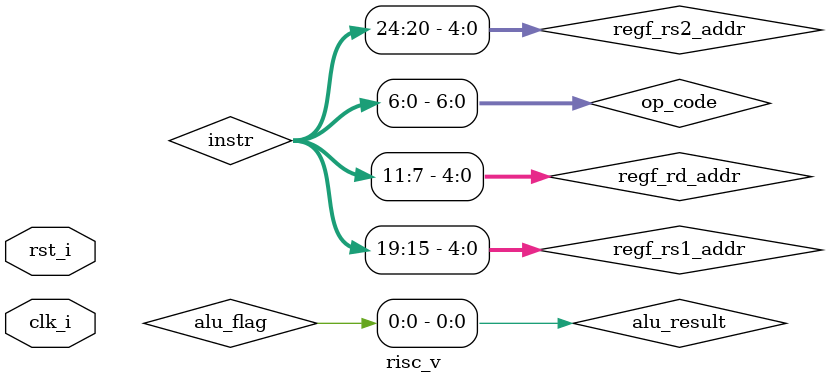
<source format=sv>
`timescale 1ns / 1ps

module risc_v #(
  parameter AddressWidth = 10,
  parameter DataWidth = 32
)(
  input  logic clk_i,
  input  logic rst_i
);

  // Internal signals
  logic [3:0] alu_op;
  logic [1:0] regf_rd_src;
  logic       alu_src2_sel;
  logic       jal, jalr, branch, auipc;
  logic       regf_wr_en, mem_wr_en;

  control_unit control_unit (
    .op_code_i(op_code),
    .jal_o(jal),
    .jalr_o(jalr),
    .branch_o(branch),
    .auipc_o(auipc),
    .regf_wr_en_o(regf_wr_en),
    .mem_wr_en_o(mem_wr_en),
    .regf_rd_src_o(regf_rd_src),

    .fnc7_h20_i(instr[30]),
    .funct3_i(funct3),
    .alu_src_o(alu_src2_sel),
    .alu_op_o(alu_op)
  );

  //Program Counter Wires
  logic                 pc_src_sel;
  logic [DataWidth-1:0] target_pc;
  logic [DataWidth-1:0] pc;
  logic [DataWidth-1:0] pc_plus4;
  logic [DataWidth-1:0] next_pc;
  //ALU Wires
  logic        alu_flag;
  logic [31:0] alu_src2;
  logic [31:0] alu_result;
  //Regfile Wires
  logic [31:0] regf_rd_data;
  logic [31:0] regf_rs1_data;
  logic [31:0] regf_rs2_data;

  logic [31:0] uimm_type_data;
  logic [31:0] data_mem_r_data;

  logic [31:0] imm;
  logic [31:0] instr;

  logic [31:0] ld_data;
  
  assign alu_flag = alu_result[0];

  // Instruction slicings
  logic [6:0] op_code       = instr[6:0];
  logic [2:0] funct3        = instr[14:12];
  logic       funct7_h20    = instr[30];
  logic [4:0] regf_rd_addr  = instr[11:7];
  logic [4:0] regf_rs1_addr = instr[19:15];
  logic [4:0] regf_rs2_addr = instr[24:20];

  flop_reg #(
    .DataWidth(DataWidth)
  ) pc_reg (
    .rst_i(rst_i),
    .clk_i(clk_i),
    .d_i(next_pc),
    .q_o(pc)
  );

  adder #(
    .DataWidth(DataWidth)
  ) pc_adder (
    .a_i(pc),
    .b_i({{(DataWidth-3){1'b0}},
          3'd4}), 
    .y_o(pc_plus4)
  );

  mem #(
    .AddressWidth(AddressWidth),
    .DataWidth(DataWidth)
  ) imem (
    .clk_i(clk_i),
    .wr_en_i(mem_wr_en),
    .addr_i(pc[AddressWidth+1:2]),
    .wr_data_i(regf_rs2_data),
    .r_data_o(instr)
  );
  
  regfile regfile (
    .clk_i(clk_i), 
    .rst_i(rst_i), 
    .wr_en_i(regf_wr_en), 
    .rd_addr_i(regf_rd_addr), 
    .rs1_addr_i(regf_rs1_addr), 
    .rs2_addr_i(regf_rs2_addr), 
    .rd_data_i(regf_rd_data), 
    .rs1_data_o(regf_rs1_data), 
    .rs2_data_o(regf_rs2_data)
  );

  imm_extension_unit imm_extension_unit (
    .instr_i(instr), 
    .imm_o(imm)
  );

  mux2 alu_src2_mux (
    .sel_i(alu_src2_sel), 
    .in0_i(regf_rs2_data), 
    .in1_i(imm), 
    .out_o(alu_src2)
  );

  alu alu (
    .src1_i(regf_rs1_data), 
    .src2_i(alu_src2), 
    .alu_op_i(alu_op), 
    .result_o(alu_result)
  );

  control_flow_unit #(
    .DataWidth(DataWidth)
  ) ctrl_flow_unit (
    .jal_i(jal),
    .jalr_i(jalr),
    .branch_i(branch),
    .alu_flag_i(alu_flag),              
    .pc_i(pc),
    .rs1_data_i(regf_rs1_data),
    .addr_offset_i(imm),
    .pc_src_sel_o(pc_src_sel),           
    .pc_target_o(target_pc)   
  );

  mux2 #(
    .DataWidth(DataWidth)
  ) pc_mux (
    .sel_i(pc_src_sel),
    .in0_i(pc_plus4),
    .in1_i(target_pc),
    .out_o(next_pc)
  );

  mem #(
    .AddressWidth(AddressWidth),
    .DataWidth(DataWidth)
  ) dmem (
    .clk_i(clk_i),
    .wr_en_i(mem_wr_en),
    .addr_i(alu_result[AddressWidth+1:2]),
    .wr_data_i(regf_rs2_data),
    .r_data_o(data_mem_r_data)
  );

  ld_extension_unit ld_data_ext (
    .funct3_i(funct3),    
    .offset_i(alu_result[1:0]),    
    .data_i(data_mem_r_data),    
    .data_o(ld_data)    
  );

  mux4 regf_wr_data_mux (
    .sel_i(regf_rd_src), 
    .in0_i(alu_result), 
    .in1_i(ld_data),
    .in2_i(pc_plus4),
    .in3_i(uimm_type_data),
    .out_o(regf_rd_data)
  );
  mux2 utype_rd_data_mux (
    .sel_i(auipc), 
    .in0_i(imm), 
    .in1_i(target_pc),
    .out_o(uimm_type_data)
  );

endmodule

</source>
